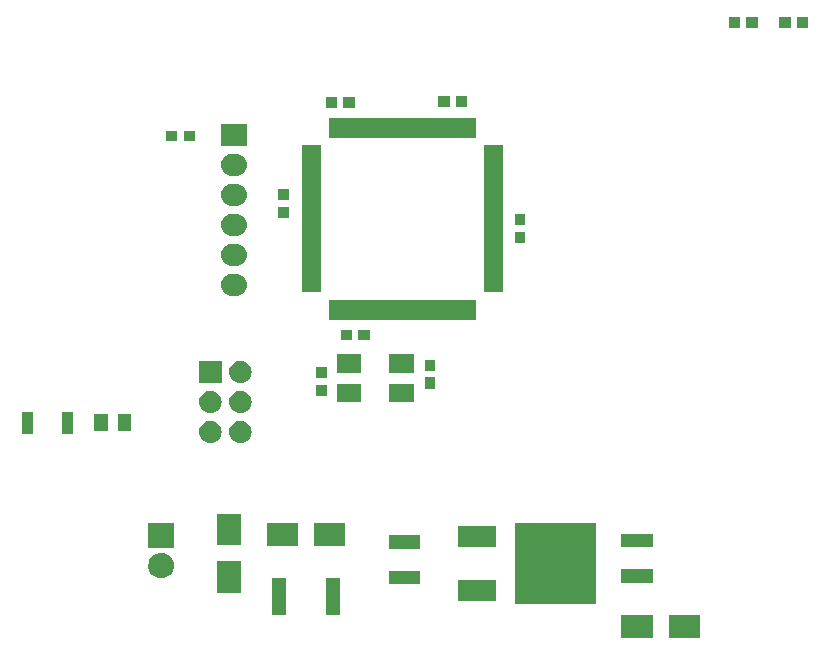
<source format=gts>
%TF.GenerationSoftware,KiCad,Pcbnew,4.0.4+e1-6308~48~ubuntu16.04.1-stable*%
%TF.CreationDate,2017-01-06T13:21:20-08:00*%
%TF.ProjectId,atmega2560,61746D656761323536302E6B69636164,v1.0*%
%TF.FileFunction,Soldermask,Top*%
%FSLAX46Y46*%
G04 Gerber Fmt 4.6, Leading zero omitted, Abs format (unit mm)*
G04 Created by KiCad (PCBNEW 4.0.4+e1-6308~48~ubuntu16.04.1-stable) date Fri Jan  6 13:21:20 2017*
%MOMM*%
%LPD*%
G01*
G04 APERTURE LIST*
%ADD10C,0.350000*%
G04 APERTURE END LIST*
D10*
G36*
X168391840Y-137323830D02*
X165740080Y-137323830D01*
X165740080Y-135370570D01*
X168391840Y-135370570D01*
X168391840Y-137323830D01*
X168391840Y-137323830D01*
G37*
G36*
X164393880Y-137323830D02*
X161742120Y-137323830D01*
X161742120Y-135370570D01*
X164393880Y-135370570D01*
X164393880Y-137323830D01*
X164393880Y-137323830D01*
G37*
G36*
X133316600Y-135383400D02*
X132164200Y-135383400D01*
X132164200Y-132231000D01*
X133316600Y-132231000D01*
X133316600Y-135383400D01*
X133316600Y-135383400D01*
G37*
G36*
X137916600Y-135383400D02*
X136764200Y-135383400D01*
X136764200Y-132231000D01*
X137916600Y-132231000D01*
X137916600Y-135383400D01*
X137916600Y-135383400D01*
G37*
G36*
X159580580Y-134404100D02*
X152727660Y-134404100D01*
X152727660Y-127551180D01*
X159580580Y-127551180D01*
X159580580Y-134404100D01*
X159580580Y-134404100D01*
G37*
G36*
X151104600Y-134180580D02*
X147904200Y-134180580D01*
X147904200Y-132377180D01*
X151104600Y-132377180D01*
X151104600Y-134180580D01*
X151104600Y-134180580D01*
G37*
G36*
X129500630Y-133456680D02*
X127547370Y-133456680D01*
X127547370Y-130804920D01*
X129500630Y-130804920D01*
X129500630Y-133456680D01*
X129500630Y-133456680D01*
G37*
G36*
X144683800Y-132757800D02*
X142031400Y-132757800D01*
X142031400Y-131605400D01*
X144683800Y-131605400D01*
X144683800Y-132757800D01*
X144683800Y-132757800D01*
G37*
G36*
X164394200Y-132605400D02*
X161741800Y-132605400D01*
X161741800Y-131453000D01*
X164394200Y-131453000D01*
X164394200Y-132605400D01*
X164394200Y-132605400D01*
G37*
G36*
X122794995Y-130073442D02*
X122804134Y-130073506D01*
X123015966Y-130097267D01*
X123219148Y-130161720D01*
X123405942Y-130264411D01*
X123569232Y-130401428D01*
X123702799Y-130567551D01*
X123801555Y-130756455D01*
X123861739Y-130960942D01*
X123861743Y-130960983D01*
X123861744Y-130960987D01*
X123881059Y-131173223D01*
X123858783Y-131385170D01*
X123858781Y-131385175D01*
X123858777Y-131385217D01*
X123795744Y-131588845D01*
X123694360Y-131776350D01*
X123558486Y-131940593D01*
X123393299Y-132075317D01*
X123205090Y-132175389D01*
X123001028Y-132236999D01*
X122788885Y-132257800D01*
X122778279Y-132257800D01*
X122772205Y-132257758D01*
X122763066Y-132257694D01*
X122551234Y-132233933D01*
X122348052Y-132169480D01*
X122161258Y-132066789D01*
X121997968Y-131929772D01*
X121864401Y-131763649D01*
X121765645Y-131574745D01*
X121705461Y-131370258D01*
X121705457Y-131370217D01*
X121705456Y-131370213D01*
X121686141Y-131157977D01*
X121708417Y-130946030D01*
X121708419Y-130946025D01*
X121708423Y-130945983D01*
X121771456Y-130742355D01*
X121872840Y-130554850D01*
X122008714Y-130390607D01*
X122173901Y-130255883D01*
X122362110Y-130155811D01*
X122566172Y-130094201D01*
X122778315Y-130073400D01*
X122788921Y-130073400D01*
X122794995Y-130073442D01*
X122794995Y-130073442D01*
G37*
G36*
X144683800Y-129757800D02*
X142031400Y-129757800D01*
X142031400Y-128605400D01*
X144683800Y-128605400D01*
X144683800Y-129757800D01*
X144683800Y-129757800D01*
G37*
G36*
X123875800Y-129717800D02*
X121691400Y-129717800D01*
X121691400Y-127533400D01*
X123875800Y-127533400D01*
X123875800Y-129717800D01*
X123875800Y-129717800D01*
G37*
G36*
X164394200Y-129605400D02*
X161741800Y-129605400D01*
X161741800Y-128453000D01*
X164394200Y-128453000D01*
X164394200Y-129605400D01*
X164394200Y-129605400D01*
G37*
G36*
X151104600Y-129578100D02*
X147904200Y-129578100D01*
X147904200Y-127774700D01*
X151104600Y-127774700D01*
X151104600Y-129578100D01*
X151104600Y-129578100D01*
G37*
G36*
X134386320Y-129551430D02*
X131734560Y-129551430D01*
X131734560Y-127598170D01*
X134386320Y-127598170D01*
X134386320Y-129551430D01*
X134386320Y-129551430D01*
G37*
G36*
X138384280Y-129551430D02*
X135732520Y-129551430D01*
X135732520Y-127598170D01*
X138384280Y-127598170D01*
X138384280Y-129551430D01*
X138384280Y-129551430D01*
G37*
G36*
X129500630Y-129458720D02*
X127547370Y-129458720D01*
X127547370Y-126806960D01*
X129500630Y-126806960D01*
X129500630Y-129458720D01*
X129500630Y-129458720D01*
G37*
G36*
X126964812Y-118897477D02*
X126964817Y-118897478D01*
X126966869Y-118897492D01*
X127149142Y-118917937D01*
X127323974Y-118973397D01*
X127484703Y-119061758D01*
X127625208Y-119179656D01*
X127740138Y-119322600D01*
X127825114Y-119485145D01*
X127876901Y-119661099D01*
X127876904Y-119661135D01*
X127876907Y-119661144D01*
X127893526Y-119843758D01*
X127874358Y-120026126D01*
X127874356Y-120026131D01*
X127874352Y-120026173D01*
X127820114Y-120201387D01*
X127732877Y-120362729D01*
X127615962Y-120504055D01*
X127473824Y-120619979D01*
X127311877Y-120706088D01*
X127136288Y-120759102D01*
X126953747Y-120777000D01*
X126944620Y-120777000D01*
X126933588Y-120776923D01*
X126933583Y-120776922D01*
X126931531Y-120776908D01*
X126749258Y-120756463D01*
X126574426Y-120701003D01*
X126413697Y-120612642D01*
X126273192Y-120494744D01*
X126158262Y-120351800D01*
X126073286Y-120189255D01*
X126021499Y-120013301D01*
X126021496Y-120013265D01*
X126021493Y-120013256D01*
X126004874Y-119830642D01*
X126024042Y-119648274D01*
X126024044Y-119648269D01*
X126024048Y-119648227D01*
X126078286Y-119473013D01*
X126165523Y-119311671D01*
X126282438Y-119170345D01*
X126424576Y-119054421D01*
X126586523Y-118968312D01*
X126762112Y-118915298D01*
X126944653Y-118897400D01*
X126953780Y-118897400D01*
X126964812Y-118897477D01*
X126964812Y-118897477D01*
G37*
G36*
X129504812Y-118897477D02*
X129504817Y-118897478D01*
X129506869Y-118897492D01*
X129689142Y-118917937D01*
X129863974Y-118973397D01*
X130024703Y-119061758D01*
X130165208Y-119179656D01*
X130280138Y-119322600D01*
X130365114Y-119485145D01*
X130416901Y-119661099D01*
X130416904Y-119661135D01*
X130416907Y-119661144D01*
X130433526Y-119843758D01*
X130414358Y-120026126D01*
X130414356Y-120026131D01*
X130414352Y-120026173D01*
X130360114Y-120201387D01*
X130272877Y-120362729D01*
X130155962Y-120504055D01*
X130013824Y-120619979D01*
X129851877Y-120706088D01*
X129676288Y-120759102D01*
X129493747Y-120777000D01*
X129484620Y-120777000D01*
X129473588Y-120776923D01*
X129473583Y-120776922D01*
X129471531Y-120776908D01*
X129289258Y-120756463D01*
X129114426Y-120701003D01*
X128953697Y-120612642D01*
X128813192Y-120494744D01*
X128698262Y-120351800D01*
X128613286Y-120189255D01*
X128561499Y-120013301D01*
X128561496Y-120013265D01*
X128561493Y-120013256D01*
X128544874Y-119830642D01*
X128564042Y-119648274D01*
X128564044Y-119648269D01*
X128564048Y-119648227D01*
X128618286Y-119473013D01*
X128705523Y-119311671D01*
X128822438Y-119170345D01*
X128964576Y-119054421D01*
X129126523Y-118968312D01*
X129302112Y-118915298D01*
X129484653Y-118897400D01*
X129493780Y-118897400D01*
X129504812Y-118897477D01*
X129504812Y-118897477D01*
G37*
G36*
X115335000Y-120001400D02*
X114382600Y-120001400D01*
X114382600Y-118149000D01*
X115335000Y-118149000D01*
X115335000Y-120001400D01*
X115335000Y-120001400D01*
G37*
G36*
X111935000Y-120001400D02*
X110982600Y-120001400D01*
X110982600Y-118149000D01*
X111935000Y-118149000D01*
X111935000Y-120001400D01*
X111935000Y-120001400D01*
G37*
G36*
X120261000Y-119776400D02*
X119108600Y-119776400D01*
X119108600Y-118374000D01*
X120261000Y-118374000D01*
X120261000Y-119776400D01*
X120261000Y-119776400D01*
G37*
G36*
X118261000Y-119776400D02*
X117108600Y-119776400D01*
X117108600Y-118374000D01*
X118261000Y-118374000D01*
X118261000Y-119776400D01*
X118261000Y-119776400D01*
G37*
G36*
X126964812Y-116357477D02*
X126964817Y-116357478D01*
X126966869Y-116357492D01*
X127149142Y-116377937D01*
X127323974Y-116433397D01*
X127484703Y-116521758D01*
X127625208Y-116639656D01*
X127740138Y-116782600D01*
X127825114Y-116945145D01*
X127876901Y-117121099D01*
X127876904Y-117121135D01*
X127876907Y-117121144D01*
X127893526Y-117303758D01*
X127874358Y-117486126D01*
X127874356Y-117486131D01*
X127874352Y-117486173D01*
X127820114Y-117661387D01*
X127732877Y-117822729D01*
X127615962Y-117964055D01*
X127473824Y-118079979D01*
X127311877Y-118166088D01*
X127136288Y-118219102D01*
X126953747Y-118237000D01*
X126944620Y-118237000D01*
X126933588Y-118236923D01*
X126933583Y-118236922D01*
X126931531Y-118236908D01*
X126749258Y-118216463D01*
X126574426Y-118161003D01*
X126413697Y-118072642D01*
X126273192Y-117954744D01*
X126158262Y-117811800D01*
X126073286Y-117649255D01*
X126021499Y-117473301D01*
X126021496Y-117473265D01*
X126021493Y-117473256D01*
X126004874Y-117290642D01*
X126024042Y-117108274D01*
X126024044Y-117108269D01*
X126024048Y-117108227D01*
X126078286Y-116933013D01*
X126165523Y-116771671D01*
X126282438Y-116630345D01*
X126424576Y-116514421D01*
X126586523Y-116428312D01*
X126762112Y-116375298D01*
X126944653Y-116357400D01*
X126953780Y-116357400D01*
X126964812Y-116357477D01*
X126964812Y-116357477D01*
G37*
G36*
X129504812Y-116357477D02*
X129504817Y-116357478D01*
X129506869Y-116357492D01*
X129689142Y-116377937D01*
X129863974Y-116433397D01*
X130024703Y-116521758D01*
X130165208Y-116639656D01*
X130280138Y-116782600D01*
X130365114Y-116945145D01*
X130416901Y-117121099D01*
X130416904Y-117121135D01*
X130416907Y-117121144D01*
X130433526Y-117303758D01*
X130414358Y-117486126D01*
X130414356Y-117486131D01*
X130414352Y-117486173D01*
X130360114Y-117661387D01*
X130272877Y-117822729D01*
X130155962Y-117964055D01*
X130013824Y-118079979D01*
X129851877Y-118166088D01*
X129676288Y-118219102D01*
X129493747Y-118237000D01*
X129484620Y-118237000D01*
X129473588Y-118236923D01*
X129473583Y-118236922D01*
X129471531Y-118236908D01*
X129289258Y-118216463D01*
X129114426Y-118161003D01*
X128953697Y-118072642D01*
X128813192Y-117954744D01*
X128698262Y-117811800D01*
X128613286Y-117649255D01*
X128561499Y-117473301D01*
X128561496Y-117473265D01*
X128561493Y-117473256D01*
X128544874Y-117290642D01*
X128564042Y-117108274D01*
X128564044Y-117108269D01*
X128564048Y-117108227D01*
X128618286Y-116933013D01*
X128705523Y-116771671D01*
X128822438Y-116630345D01*
X128964576Y-116514421D01*
X129126523Y-116428312D01*
X129302112Y-116375298D01*
X129484653Y-116357400D01*
X129493780Y-116357400D01*
X129504812Y-116357477D01*
X129504812Y-116357477D01*
G37*
G36*
X144157700Y-117309900D02*
X142100300Y-117309900D01*
X142100300Y-115760500D01*
X144157700Y-115760500D01*
X144157700Y-117309900D01*
X144157700Y-117309900D01*
G37*
G36*
X139687300Y-117309900D02*
X137629900Y-117309900D01*
X137629900Y-115760500D01*
X139687300Y-115760500D01*
X139687300Y-117309900D01*
X139687300Y-117309900D01*
G37*
G36*
X136798400Y-116808200D02*
X135896000Y-116808200D01*
X135896000Y-115855800D01*
X136798400Y-115855800D01*
X136798400Y-116808200D01*
X136798400Y-116808200D01*
G37*
G36*
X145993200Y-116174600D02*
X145090800Y-116174600D01*
X145090800Y-115222200D01*
X145993200Y-115222200D01*
X145993200Y-116174600D01*
X145993200Y-116174600D01*
G37*
G36*
X127889000Y-115697000D02*
X126009400Y-115697000D01*
X126009400Y-113817400D01*
X127889000Y-113817400D01*
X127889000Y-115697000D01*
X127889000Y-115697000D01*
G37*
G36*
X129504812Y-113817477D02*
X129504817Y-113817478D01*
X129506869Y-113817492D01*
X129689142Y-113837937D01*
X129863974Y-113893397D01*
X130024703Y-113981758D01*
X130165208Y-114099656D01*
X130280138Y-114242600D01*
X130365114Y-114405145D01*
X130416901Y-114581099D01*
X130416904Y-114581135D01*
X130416907Y-114581144D01*
X130433526Y-114763758D01*
X130414358Y-114946126D01*
X130414356Y-114946131D01*
X130414352Y-114946173D01*
X130360114Y-115121387D01*
X130272877Y-115282729D01*
X130155962Y-115424055D01*
X130013824Y-115539979D01*
X129851877Y-115626088D01*
X129676288Y-115679102D01*
X129493747Y-115697000D01*
X129484620Y-115697000D01*
X129473588Y-115696923D01*
X129473583Y-115696922D01*
X129471531Y-115696908D01*
X129289258Y-115676463D01*
X129114426Y-115621003D01*
X128953697Y-115532642D01*
X128813192Y-115414744D01*
X128698262Y-115271800D01*
X128613286Y-115109255D01*
X128561499Y-114933301D01*
X128561496Y-114933265D01*
X128561493Y-114933256D01*
X128544874Y-114750642D01*
X128564042Y-114568274D01*
X128564044Y-114568269D01*
X128564048Y-114568227D01*
X128618286Y-114393013D01*
X128705523Y-114231671D01*
X128822438Y-114090345D01*
X128964576Y-113974421D01*
X129126523Y-113888312D01*
X129302112Y-113835298D01*
X129484653Y-113817400D01*
X129493780Y-113817400D01*
X129504812Y-113817477D01*
X129504812Y-113817477D01*
G37*
G36*
X136798400Y-115308200D02*
X135896000Y-115308200D01*
X135896000Y-114355800D01*
X136798400Y-114355800D01*
X136798400Y-115308200D01*
X136798400Y-115308200D01*
G37*
G36*
X144157700Y-114820700D02*
X142100300Y-114820700D01*
X142100300Y-113271300D01*
X144157700Y-113271300D01*
X144157700Y-114820700D01*
X144157700Y-114820700D01*
G37*
G36*
X139687300Y-114820700D02*
X137629900Y-114820700D01*
X137629900Y-113271300D01*
X139687300Y-113271300D01*
X139687300Y-114820700D01*
X139687300Y-114820700D01*
G37*
G36*
X145993200Y-114674600D02*
X145090800Y-114674600D01*
X145090800Y-113722200D01*
X145993200Y-113722200D01*
X145993200Y-114674600D01*
X145993200Y-114674600D01*
G37*
G36*
X140430200Y-112084200D02*
X139477800Y-112084200D01*
X139477800Y-111181800D01*
X140430200Y-111181800D01*
X140430200Y-112084200D01*
X140430200Y-112084200D01*
G37*
G36*
X138930200Y-112084200D02*
X137977800Y-112084200D01*
X137977800Y-111181800D01*
X138930200Y-111181800D01*
X138930200Y-112084200D01*
X138930200Y-112084200D01*
G37*
G36*
X149444201Y-110342201D02*
X136991801Y-110342201D01*
X136991801Y-108689801D01*
X149444201Y-108689801D01*
X149444201Y-110342201D01*
X149444201Y-110342201D01*
G37*
G36*
X129099149Y-106451477D02*
X129099154Y-106451478D01*
X129101207Y-106451492D01*
X129283480Y-106471937D01*
X129458312Y-106527397D01*
X129619041Y-106615758D01*
X129759546Y-106733656D01*
X129874476Y-106876600D01*
X129959452Y-107039145D01*
X130011239Y-107215099D01*
X130011243Y-107215140D01*
X130011244Y-107215144D01*
X130027863Y-107397758D01*
X130012681Y-107542201D01*
X130008690Y-107580173D01*
X129954452Y-107755387D01*
X129867215Y-107916729D01*
X129750300Y-108058055D01*
X129608162Y-108173979D01*
X129446215Y-108260088D01*
X129270626Y-108313102D01*
X129088085Y-108331000D01*
X128772683Y-108331000D01*
X128761651Y-108330923D01*
X128761646Y-108330922D01*
X128759593Y-108330908D01*
X128577320Y-108310463D01*
X128402488Y-108255003D01*
X128241759Y-108166642D01*
X128101254Y-108048744D01*
X127986324Y-107905800D01*
X127901348Y-107743255D01*
X127849561Y-107567301D01*
X127849557Y-107567260D01*
X127849556Y-107567256D01*
X127832937Y-107384642D01*
X127852105Y-107202274D01*
X127852110Y-107202227D01*
X127906348Y-107027013D01*
X127993585Y-106865671D01*
X128110500Y-106724345D01*
X128252638Y-106608421D01*
X128414585Y-106522312D01*
X128590174Y-106469298D01*
X128772715Y-106451400D01*
X129088117Y-106451400D01*
X129099149Y-106451477D01*
X129099149Y-106451477D01*
G37*
G36*
X136344201Y-108042201D02*
X134691801Y-108042201D01*
X134691801Y-95589801D01*
X136344201Y-95589801D01*
X136344201Y-108042201D01*
X136344201Y-108042201D01*
G37*
G36*
X151744201Y-108042201D02*
X150091801Y-108042201D01*
X150091801Y-95589801D01*
X151744201Y-95589801D01*
X151744201Y-108042201D01*
X151744201Y-108042201D01*
G37*
G36*
X129099149Y-103911477D02*
X129099154Y-103911478D01*
X129101207Y-103911492D01*
X129283480Y-103931937D01*
X129458312Y-103987397D01*
X129619041Y-104075758D01*
X129759546Y-104193656D01*
X129874476Y-104336600D01*
X129959452Y-104499145D01*
X130011239Y-104675099D01*
X130011243Y-104675140D01*
X130011244Y-104675144D01*
X130027863Y-104857758D01*
X130010048Y-105027256D01*
X130008690Y-105040173D01*
X129954452Y-105215387D01*
X129867215Y-105376729D01*
X129750300Y-105518055D01*
X129608162Y-105633979D01*
X129446215Y-105720088D01*
X129270626Y-105773102D01*
X129088085Y-105791000D01*
X128772683Y-105791000D01*
X128761651Y-105790923D01*
X128761646Y-105790922D01*
X128759593Y-105790908D01*
X128577320Y-105770463D01*
X128402488Y-105715003D01*
X128241759Y-105626642D01*
X128101254Y-105508744D01*
X127986324Y-105365800D01*
X127901348Y-105203255D01*
X127849561Y-105027301D01*
X127849557Y-105027260D01*
X127849556Y-105027256D01*
X127832937Y-104844642D01*
X127852105Y-104662274D01*
X127852110Y-104662227D01*
X127906348Y-104487013D01*
X127993585Y-104325671D01*
X128110500Y-104184345D01*
X128252638Y-104068421D01*
X128414585Y-103982312D01*
X128590174Y-103929298D01*
X128772715Y-103911400D01*
X129088117Y-103911400D01*
X129099149Y-103911477D01*
X129099149Y-103911477D01*
G37*
G36*
X153613200Y-103854200D02*
X152710800Y-103854200D01*
X152710800Y-102901800D01*
X153613200Y-102901800D01*
X153613200Y-103854200D01*
X153613200Y-103854200D01*
G37*
G36*
X129099149Y-101371477D02*
X129099154Y-101371478D01*
X129101207Y-101371492D01*
X129283480Y-101391937D01*
X129458312Y-101447397D01*
X129619041Y-101535758D01*
X129759546Y-101653656D01*
X129874476Y-101796600D01*
X129959452Y-101959145D01*
X130011239Y-102135099D01*
X130011243Y-102135140D01*
X130011244Y-102135144D01*
X130027863Y-102317758D01*
X130010048Y-102487256D01*
X130008690Y-102500173D01*
X129954452Y-102675387D01*
X129867215Y-102836729D01*
X129750300Y-102978055D01*
X129608162Y-103093979D01*
X129446215Y-103180088D01*
X129270626Y-103233102D01*
X129088085Y-103251000D01*
X128772683Y-103251000D01*
X128761651Y-103250923D01*
X128761646Y-103250922D01*
X128759593Y-103250908D01*
X128577320Y-103230463D01*
X128402488Y-103175003D01*
X128241759Y-103086642D01*
X128101254Y-102968744D01*
X127986324Y-102825800D01*
X127901348Y-102663255D01*
X127849561Y-102487301D01*
X127849557Y-102487260D01*
X127849556Y-102487256D01*
X127832937Y-102304642D01*
X127852105Y-102122274D01*
X127852110Y-102122227D01*
X127906348Y-101947013D01*
X127993585Y-101785671D01*
X128110500Y-101644345D01*
X128252638Y-101528421D01*
X128414585Y-101442312D01*
X128590174Y-101389298D01*
X128772715Y-101371400D01*
X129088117Y-101371400D01*
X129099149Y-101371477D01*
X129099149Y-101371477D01*
G37*
G36*
X153613200Y-102354200D02*
X152710800Y-102354200D01*
X152710800Y-101401800D01*
X153613200Y-101401800D01*
X153613200Y-102354200D01*
X153613200Y-102354200D01*
G37*
G36*
X133598000Y-101747400D02*
X132695600Y-101747400D01*
X132695600Y-100795000D01*
X133598000Y-100795000D01*
X133598000Y-101747400D01*
X133598000Y-101747400D01*
G37*
G36*
X129099149Y-98831477D02*
X129099154Y-98831478D01*
X129101207Y-98831492D01*
X129283480Y-98851937D01*
X129458312Y-98907397D01*
X129619041Y-98995758D01*
X129759546Y-99113656D01*
X129874476Y-99256600D01*
X129959452Y-99419145D01*
X130011239Y-99595099D01*
X130011243Y-99595140D01*
X130011244Y-99595144D01*
X130027863Y-99777758D01*
X130010048Y-99947256D01*
X130008690Y-99960173D01*
X129954452Y-100135387D01*
X129867215Y-100296729D01*
X129750300Y-100438055D01*
X129608162Y-100553979D01*
X129446215Y-100640088D01*
X129270626Y-100693102D01*
X129088085Y-100711000D01*
X128772683Y-100711000D01*
X128761651Y-100710923D01*
X128761646Y-100710922D01*
X128759593Y-100710908D01*
X128577320Y-100690463D01*
X128402488Y-100635003D01*
X128241759Y-100546642D01*
X128101254Y-100428744D01*
X127986324Y-100285800D01*
X127901348Y-100123255D01*
X127849561Y-99947301D01*
X127849557Y-99947260D01*
X127849556Y-99947256D01*
X127832937Y-99764642D01*
X127852105Y-99582274D01*
X127852110Y-99582227D01*
X127906348Y-99407013D01*
X127993585Y-99245671D01*
X128110500Y-99104345D01*
X128252638Y-98988421D01*
X128414585Y-98902312D01*
X128590174Y-98849298D01*
X128772715Y-98831400D01*
X129088117Y-98831400D01*
X129099149Y-98831477D01*
X129099149Y-98831477D01*
G37*
G36*
X133598000Y-100247400D02*
X132695600Y-100247400D01*
X132695600Y-99295000D01*
X133598000Y-99295000D01*
X133598000Y-100247400D01*
X133598000Y-100247400D01*
G37*
G36*
X129099149Y-96291477D02*
X129099154Y-96291478D01*
X129101207Y-96291492D01*
X129283480Y-96311937D01*
X129458312Y-96367397D01*
X129619041Y-96455758D01*
X129759546Y-96573656D01*
X129874476Y-96716600D01*
X129959452Y-96879145D01*
X130011239Y-97055099D01*
X130011243Y-97055140D01*
X130011244Y-97055144D01*
X130027863Y-97237758D01*
X130010048Y-97407256D01*
X130008690Y-97420173D01*
X129954452Y-97595387D01*
X129867215Y-97756729D01*
X129750300Y-97898055D01*
X129608162Y-98013979D01*
X129446215Y-98100088D01*
X129270626Y-98153102D01*
X129088085Y-98171000D01*
X128772683Y-98171000D01*
X128761651Y-98170923D01*
X128761646Y-98170922D01*
X128759593Y-98170908D01*
X128577320Y-98150463D01*
X128402488Y-98095003D01*
X128241759Y-98006642D01*
X128101254Y-97888744D01*
X127986324Y-97745800D01*
X127901348Y-97583255D01*
X127849561Y-97407301D01*
X127849557Y-97407260D01*
X127849556Y-97407256D01*
X127832937Y-97224642D01*
X127852105Y-97042274D01*
X127852110Y-97042227D01*
X127906348Y-96867013D01*
X127993585Y-96705671D01*
X128110500Y-96564345D01*
X128252638Y-96448421D01*
X128414585Y-96362312D01*
X128590174Y-96309298D01*
X128772715Y-96291400D01*
X129088117Y-96291400D01*
X129099149Y-96291477D01*
X129099149Y-96291477D01*
G37*
G36*
X130022600Y-95631000D02*
X127838200Y-95631000D01*
X127838200Y-93751400D01*
X130022600Y-93751400D01*
X130022600Y-95631000D01*
X130022600Y-95631000D01*
G37*
G36*
X125647400Y-95244000D02*
X124695000Y-95244000D01*
X124695000Y-94341600D01*
X125647400Y-94341600D01*
X125647400Y-95244000D01*
X125647400Y-95244000D01*
G37*
G36*
X124147400Y-95244000D02*
X123195000Y-95244000D01*
X123195000Y-94341600D01*
X124147400Y-94341600D01*
X124147400Y-95244000D01*
X124147400Y-95244000D01*
G37*
G36*
X149444201Y-94942201D02*
X136991801Y-94942201D01*
X136991801Y-93289801D01*
X149444201Y-93289801D01*
X149444201Y-94942201D01*
X149444201Y-94942201D01*
G37*
G36*
X139160200Y-92399200D02*
X138207800Y-92399200D01*
X138207800Y-91496800D01*
X139160200Y-91496800D01*
X139160200Y-92399200D01*
X139160200Y-92399200D01*
G37*
G36*
X137660200Y-92399200D02*
X136707800Y-92399200D01*
X136707800Y-91496800D01*
X137660200Y-91496800D01*
X137660200Y-92399200D01*
X137660200Y-92399200D01*
G37*
G36*
X148710600Y-92348400D02*
X147758200Y-92348400D01*
X147758200Y-91446000D01*
X148710600Y-91446000D01*
X148710600Y-92348400D01*
X148710600Y-92348400D01*
G37*
G36*
X147210600Y-92348400D02*
X146258200Y-92348400D01*
X146258200Y-91446000D01*
X147210600Y-91446000D01*
X147210600Y-92348400D01*
X147210600Y-92348400D01*
G37*
G36*
X177565000Y-85642800D02*
X176612600Y-85642800D01*
X176612600Y-84740400D01*
X177565000Y-84740400D01*
X177565000Y-85642800D01*
X177565000Y-85642800D01*
G37*
G36*
X173273800Y-85642800D02*
X172321400Y-85642800D01*
X172321400Y-84740400D01*
X173273800Y-84740400D01*
X173273800Y-85642800D01*
X173273800Y-85642800D01*
G37*
G36*
X171773800Y-85642800D02*
X170821400Y-85642800D01*
X170821400Y-84740400D01*
X171773800Y-84740400D01*
X171773800Y-85642800D01*
X171773800Y-85642800D01*
G37*
G36*
X176065000Y-85642800D02*
X175112600Y-85642800D01*
X175112600Y-84740400D01*
X176065000Y-84740400D01*
X176065000Y-85642800D01*
X176065000Y-85642800D01*
G37*
M02*

</source>
